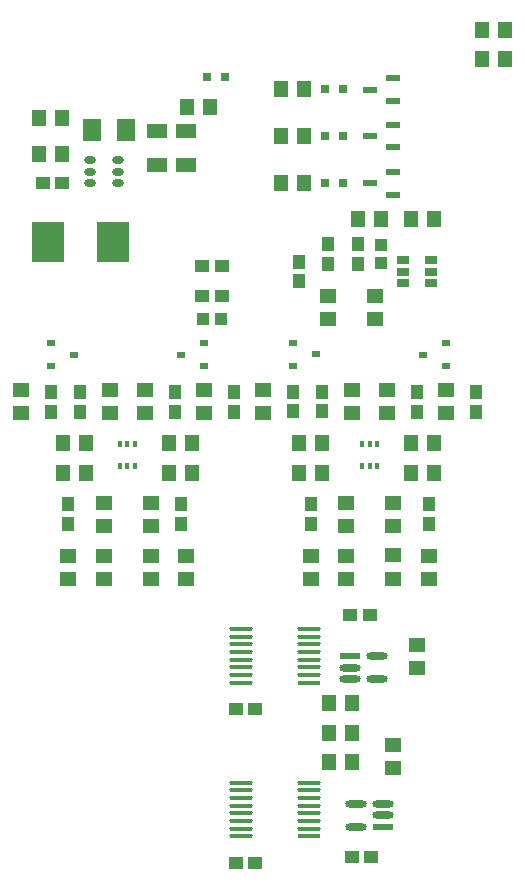
<source format=gbr>
%TF.GenerationSoftware,Altium Limited,Altium Designer,21.2.1 (34)*%
G04 Layer_Color=8421504*
%FSLAX45Y45*%
%MOMM*%
%TF.SameCoordinates,53973CC1-9108-4EA7-9D5E-FD48CC852793*%
%TF.FilePolarity,Positive*%
%TF.FileFunction,Paste,Top*%
%TF.Part,Single*%
G01*
G75*
%TA.AperFunction,SMDPad,CuDef*%
%ADD10O,1.00000X0.70000*%
G04:AMPARAMS|DCode=11|XSize=1.26mm|YSize=0.59mm|CornerRadius=0.07375mm|HoleSize=0mm|Usage=FLASHONLY|Rotation=180.000|XOffset=0mm|YOffset=0mm|HoleType=Round|Shape=RoundedRectangle|*
%AMROUNDEDRECTD11*
21,1,1.26000,0.44250,0,0,180.0*
21,1,1.11250,0.59000,0,0,180.0*
1,1,0.14750,-0.55625,0.22125*
1,1,0.14750,0.55625,0.22125*
1,1,0.14750,0.55625,-0.22125*
1,1,0.14750,-0.55625,-0.22125*
%
%ADD11ROUNDEDRECTD11*%
%ADD12R,0.40000X0.50000*%
%ADD13R,1.10000X0.65000*%
%ADD14R,2.80000X3.50000*%
%ADD15R,0.72400X0.55900*%
G04:AMPARAMS|DCode=16|XSize=1.95543mm|YSize=0.42077mm|CornerRadius=0.21038mm|HoleSize=0mm|Usage=FLASHONLY|Rotation=180.000|XOffset=0mm|YOffset=0mm|HoleType=Round|Shape=RoundedRectangle|*
%AMROUNDEDRECTD16*
21,1,1.95543,0.00000,0,0,180.0*
21,1,1.53467,0.42077,0,0,180.0*
1,1,0.42077,-0.76733,0.00000*
1,1,0.42077,0.76733,0.00000*
1,1,0.42077,0.76733,0.00000*
1,1,0.42077,-0.76733,0.00000*
%
%ADD16ROUNDEDRECTD16*%
%ADD17R,1.95543X0.42077*%
%ADD18R,0.80000X0.80000*%
%ADD19R,1.25814X1.46213*%
%ADD20R,1.46213X1.25814*%
%ADD21R,1.80524X0.61213*%
G04:AMPARAMS|DCode=22|XSize=1.80524mm|YSize=0.61213mm|CornerRadius=0.30606mm|HoleSize=0mm|Usage=FLASHONLY|Rotation=180.000|XOffset=0mm|YOffset=0mm|HoleType=Round|Shape=RoundedRectangle|*
%AMROUNDEDRECTD22*
21,1,1.80524,0.00000,0,0,180.0*
21,1,1.19311,0.61213,0,0,180.0*
1,1,0.61213,-0.59655,0.00000*
1,1,0.61213,0.59655,0.00000*
1,1,0.61213,0.59655,0.00000*
1,1,0.61213,-0.59655,0.00000*
%
%ADD22ROUNDEDRECTD22*%
%ADD23R,1.05822X1.20651*%
%ADD24R,1.20651X1.05822*%
%ADD25R,1.55550X1.85822*%
%ADD26R,1.77000X1.21000*%
%ADD27R,1.00000X1.05000*%
%ADD28R,1.05000X1.00000*%
%TA.AperFunction,ConnectorPad*%
%ADD29R,1.46213X1.25814*%
%TA.AperFunction,Conductor*%
%ADD31C,0.25400*%
D10*
X970000Y6455000D02*
D03*
Y6550000D02*
D03*
Y6645000D02*
D03*
X730000D02*
D03*
Y6550000D02*
D03*
Y6455000D02*
D03*
D11*
X3296000Y6545000D02*
D03*
X3100000Y6450000D02*
D03*
X3296000Y6355000D02*
D03*
X3100000Y6850000D02*
D03*
X3296000Y6945000D02*
D03*
Y6755000D02*
D03*
X3300000Y7340000D02*
D03*
X3104000Y7245000D02*
D03*
X3300000Y7150000D02*
D03*
D12*
X3035000Y4245000D02*
D03*
X3100000D02*
D03*
X3165000D02*
D03*
Y4055001D02*
D03*
X3100000D02*
D03*
X3035000D02*
D03*
X985000Y4245000D02*
D03*
X1050000D02*
D03*
X1115000D02*
D03*
Y4055000D02*
D03*
X1050000D02*
D03*
X985000D02*
D03*
D13*
X3380000Y5797500D02*
D03*
Y5702500D02*
D03*
Y5607500D02*
D03*
X3620000D02*
D03*
Y5702500D02*
D03*
Y5797500D02*
D03*
D14*
X375000Y5950000D02*
D03*
X925000D02*
D03*
D15*
X3746800Y5095000D02*
D03*
X3550000Y5000001D02*
D03*
X3746800Y4905001D02*
D03*
X403200Y5095000D02*
D03*
X600000Y5000000D02*
D03*
X403200Y4905000D02*
D03*
X2449300Y5097501D02*
D03*
X2646100Y5002501D02*
D03*
X2449300Y4907501D02*
D03*
X1696800Y4905000D02*
D03*
X1500000Y5000000D02*
D03*
X1696800Y5095000D02*
D03*
D16*
X2012462Y922500D02*
D03*
Y987500D02*
D03*
Y1052500D02*
D03*
Y1117500D02*
D03*
Y1182500D02*
D03*
Y1247500D02*
D03*
Y1312500D02*
D03*
Y1377500D02*
D03*
X2587539D02*
D03*
Y1312500D02*
D03*
Y1247500D02*
D03*
Y1182500D02*
D03*
Y1117500D02*
D03*
Y1052500D02*
D03*
Y987500D02*
D03*
X2587538Y2287500D02*
D03*
Y2352500D02*
D03*
Y2417500D02*
D03*
Y2482500D02*
D03*
Y2547500D02*
D03*
Y2612500D02*
D03*
Y2677500D02*
D03*
X2012462D02*
D03*
Y2612500D02*
D03*
Y2547500D02*
D03*
Y2482500D02*
D03*
Y2417500D02*
D03*
Y2352500D02*
D03*
Y2287500D02*
D03*
Y2222500D02*
D03*
D17*
X2587539Y922500D02*
D03*
X2587538Y2222500D02*
D03*
D18*
X1875000Y7350000D02*
D03*
X1725000D02*
D03*
X2725000Y7250000D02*
D03*
X2875000D02*
D03*
Y6450000D02*
D03*
X2725000D02*
D03*
X2875000Y6850000D02*
D03*
X2725000D02*
D03*
D19*
X495399Y6700000D02*
D03*
X300000D02*
D03*
X1597699Y4000000D02*
D03*
X1402301D02*
D03*
X1597699Y4250000D02*
D03*
X1402301D02*
D03*
X3647699Y4000000D02*
D03*
X3452301D02*
D03*
X3645199Y4250000D02*
D03*
X3449800D02*
D03*
X2547699Y6850000D02*
D03*
X2352301D02*
D03*
X2547699Y7250000D02*
D03*
X2352301D02*
D03*
X2547699Y6450000D02*
D03*
X2352301D02*
D03*
X502300Y4000000D02*
D03*
X697699D02*
D03*
X502300Y4250000D02*
D03*
X697699D02*
D03*
X2502301Y4000000D02*
D03*
X2697699D02*
D03*
X2502301Y4250000D02*
D03*
X2697699D02*
D03*
X302301Y7000000D02*
D03*
X497699D02*
D03*
X1750199Y7100000D02*
D03*
X1554801D02*
D03*
X2752301Y1800000D02*
D03*
X2947699D02*
D03*
X2752301Y2050000D02*
D03*
X2947699D02*
D03*
X4247699Y7500000D02*
D03*
X4052301D02*
D03*
X4247699Y7750000D02*
D03*
X4052301D02*
D03*
X3452301Y6150000D02*
D03*
X3647699D02*
D03*
X2752301Y1550000D02*
D03*
X2947699D02*
D03*
X3195399Y6150000D02*
D03*
X3000000D02*
D03*
D20*
X3150000Y5302301D02*
D03*
Y5497699D02*
D03*
X3750000Y4502301D02*
D03*
Y4697700D02*
D03*
X3250000D02*
D03*
Y4502301D02*
D03*
X3300000Y3300200D02*
D03*
Y3104801D02*
D03*
X3600000Y3102301D02*
D03*
Y3297700D02*
D03*
X3300000Y3552301D02*
D03*
Y3747700D02*
D03*
X900000Y4697700D02*
D03*
Y4502301D02*
D03*
X850000Y3297700D02*
D03*
Y3102301D02*
D03*
X550000D02*
D03*
Y3297700D02*
D03*
X850000Y3552301D02*
D03*
Y3747699D02*
D03*
X2200000Y4507301D02*
D03*
Y4702700D02*
D03*
X2950000Y4700200D02*
D03*
Y4504802D02*
D03*
X2900000Y3297700D02*
D03*
Y3102301D02*
D03*
X2600000D02*
D03*
Y3297700D02*
D03*
X2900000Y3552301D02*
D03*
Y3747700D02*
D03*
X1700000Y4502301D02*
D03*
Y4697700D02*
D03*
X1200000D02*
D03*
Y4502301D02*
D03*
X1250000Y3297700D02*
D03*
Y3102301D02*
D03*
X1550000D02*
D03*
Y3297700D02*
D03*
X1250000Y3552301D02*
D03*
Y3747699D02*
D03*
X2750000Y5304801D02*
D03*
Y5500200D02*
D03*
X3300000Y1697699D02*
D03*
Y1502301D02*
D03*
X3500000Y2349800D02*
D03*
Y2545199D02*
D03*
D21*
X3215048Y1005000D02*
D03*
X2934952Y2445000D02*
D03*
D22*
X3215048Y1100000D02*
D03*
Y1195000D02*
D03*
X2984952D02*
D03*
Y1005000D02*
D03*
X2934952Y2350000D02*
D03*
Y2255000D02*
D03*
X3165048D02*
D03*
Y2445000D02*
D03*
D23*
X2750000Y5769915D02*
D03*
Y5935086D02*
D03*
X650000Y4517414D02*
D03*
Y4682586D02*
D03*
X400000Y4517414D02*
D03*
Y4682586D02*
D03*
X550000Y3567414D02*
D03*
Y3732586D02*
D03*
X2700000Y4522415D02*
D03*
Y4687587D02*
D03*
X2450000Y4522415D02*
D03*
Y4687587D02*
D03*
X2600000Y3567415D02*
D03*
Y3732586D02*
D03*
X1450000Y4517414D02*
D03*
Y4682586D02*
D03*
X1950000Y4517414D02*
D03*
Y4682586D02*
D03*
X1500000Y3567414D02*
D03*
Y3732586D02*
D03*
X3500000Y4517415D02*
D03*
Y4682587D02*
D03*
X4000000Y4517415D02*
D03*
Y4682587D02*
D03*
X3600000Y3567415D02*
D03*
Y3732586D02*
D03*
X2500000Y5619914D02*
D03*
Y5785086D02*
D03*
X3000000Y5769915D02*
D03*
Y5935086D02*
D03*
D24*
X334828Y6450000D02*
D03*
X500000D02*
D03*
X3100000Y2800000D02*
D03*
X2934828D02*
D03*
X1683414Y5750000D02*
D03*
X1848586D02*
D03*
X1683414Y5500000D02*
D03*
X1848586D02*
D03*
X1967414Y2000000D02*
D03*
X2132586D02*
D03*
X2132586Y700000D02*
D03*
X1967415D02*
D03*
X2950000Y750000D02*
D03*
X3115172D02*
D03*
D25*
X1040272Y6900000D02*
D03*
X750000D02*
D03*
D26*
X1550000Y6892800D02*
D03*
Y6607200D02*
D03*
X1300000Y6892800D02*
D03*
Y6607200D02*
D03*
D27*
X3200000Y5777500D02*
D03*
Y5927500D02*
D03*
D28*
X1841000Y5300000D02*
D03*
X1691000D02*
D03*
D29*
X150000Y4502301D02*
D03*
Y4697700D02*
D03*
D31*
X2898705Y3753796D02*
X2900000Y3752501D01*
%TF.MD5,f3d57664deb15ff1facbf8775fda8d82*%
M02*

</source>
